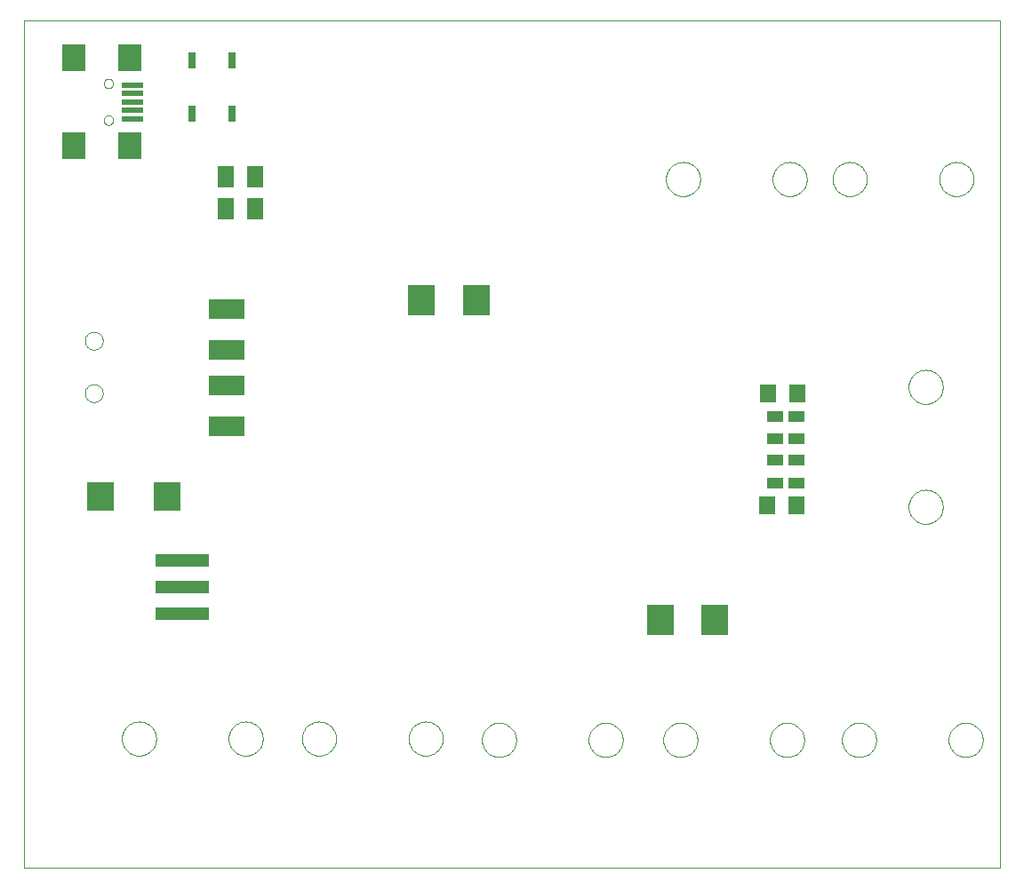
<source format=gbp>
G75*
G70*
%OFA0B0*%
%FSLAX24Y24*%
%IPPOS*%
%LPD*%
%AMOC8*
5,1,8,0,0,1.08239X$1,22.5*
%
%ADD10C,0.0000*%
%ADD11R,0.1004X0.1063*%
%ADD12R,0.2000X0.0500*%
%ADD13R,0.1339X0.0748*%
%ADD14R,0.0630X0.0709*%
%ADD15R,0.0591X0.0394*%
%ADD16R,0.0300X0.0600*%
%ADD17R,0.0984X0.1181*%
%ADD18R,0.0866X0.0984*%
%ADD19R,0.0787X0.0197*%
%ADD20R,0.0630X0.0787*%
D10*
X000100Y000100D02*
X000100Y031896D01*
X036670Y031896D01*
X036670Y000100D01*
X000100Y000100D01*
X003760Y004950D02*
X003762Y005000D01*
X003768Y005050D01*
X003778Y005099D01*
X003791Y005148D01*
X003809Y005195D01*
X003830Y005241D01*
X003854Y005284D01*
X003882Y005326D01*
X003913Y005366D01*
X003947Y005403D01*
X003984Y005437D01*
X004024Y005468D01*
X004066Y005496D01*
X004109Y005520D01*
X004155Y005541D01*
X004202Y005559D01*
X004251Y005572D01*
X004300Y005582D01*
X004350Y005588D01*
X004400Y005590D01*
X004450Y005588D01*
X004500Y005582D01*
X004549Y005572D01*
X004598Y005559D01*
X004645Y005541D01*
X004691Y005520D01*
X004734Y005496D01*
X004776Y005468D01*
X004816Y005437D01*
X004853Y005403D01*
X004887Y005366D01*
X004918Y005326D01*
X004946Y005284D01*
X004970Y005241D01*
X004991Y005195D01*
X005009Y005148D01*
X005022Y005099D01*
X005032Y005050D01*
X005038Y005000D01*
X005040Y004950D01*
X005038Y004900D01*
X005032Y004850D01*
X005022Y004801D01*
X005009Y004752D01*
X004991Y004705D01*
X004970Y004659D01*
X004946Y004616D01*
X004918Y004574D01*
X004887Y004534D01*
X004853Y004497D01*
X004816Y004463D01*
X004776Y004432D01*
X004734Y004404D01*
X004691Y004380D01*
X004645Y004359D01*
X004598Y004341D01*
X004549Y004328D01*
X004500Y004318D01*
X004450Y004312D01*
X004400Y004310D01*
X004350Y004312D01*
X004300Y004318D01*
X004251Y004328D01*
X004202Y004341D01*
X004155Y004359D01*
X004109Y004380D01*
X004066Y004404D01*
X004024Y004432D01*
X003984Y004463D01*
X003947Y004497D01*
X003913Y004534D01*
X003882Y004574D01*
X003854Y004616D01*
X003830Y004659D01*
X003809Y004705D01*
X003791Y004752D01*
X003778Y004801D01*
X003768Y004850D01*
X003762Y004900D01*
X003760Y004950D01*
X007760Y004950D02*
X007762Y005000D01*
X007768Y005050D01*
X007778Y005099D01*
X007791Y005148D01*
X007809Y005195D01*
X007830Y005241D01*
X007854Y005284D01*
X007882Y005326D01*
X007913Y005366D01*
X007947Y005403D01*
X007984Y005437D01*
X008024Y005468D01*
X008066Y005496D01*
X008109Y005520D01*
X008155Y005541D01*
X008202Y005559D01*
X008251Y005572D01*
X008300Y005582D01*
X008350Y005588D01*
X008400Y005590D01*
X008450Y005588D01*
X008500Y005582D01*
X008549Y005572D01*
X008598Y005559D01*
X008645Y005541D01*
X008691Y005520D01*
X008734Y005496D01*
X008776Y005468D01*
X008816Y005437D01*
X008853Y005403D01*
X008887Y005366D01*
X008918Y005326D01*
X008946Y005284D01*
X008970Y005241D01*
X008991Y005195D01*
X009009Y005148D01*
X009022Y005099D01*
X009032Y005050D01*
X009038Y005000D01*
X009040Y004950D01*
X009038Y004900D01*
X009032Y004850D01*
X009022Y004801D01*
X009009Y004752D01*
X008991Y004705D01*
X008970Y004659D01*
X008946Y004616D01*
X008918Y004574D01*
X008887Y004534D01*
X008853Y004497D01*
X008816Y004463D01*
X008776Y004432D01*
X008734Y004404D01*
X008691Y004380D01*
X008645Y004359D01*
X008598Y004341D01*
X008549Y004328D01*
X008500Y004318D01*
X008450Y004312D01*
X008400Y004310D01*
X008350Y004312D01*
X008300Y004318D01*
X008251Y004328D01*
X008202Y004341D01*
X008155Y004359D01*
X008109Y004380D01*
X008066Y004404D01*
X008024Y004432D01*
X007984Y004463D01*
X007947Y004497D01*
X007913Y004534D01*
X007882Y004574D01*
X007854Y004616D01*
X007830Y004659D01*
X007809Y004705D01*
X007791Y004752D01*
X007778Y004801D01*
X007768Y004850D01*
X007762Y004900D01*
X007760Y004950D01*
X010510Y004950D02*
X010512Y005000D01*
X010518Y005050D01*
X010528Y005099D01*
X010541Y005148D01*
X010559Y005195D01*
X010580Y005241D01*
X010604Y005284D01*
X010632Y005326D01*
X010663Y005366D01*
X010697Y005403D01*
X010734Y005437D01*
X010774Y005468D01*
X010816Y005496D01*
X010859Y005520D01*
X010905Y005541D01*
X010952Y005559D01*
X011001Y005572D01*
X011050Y005582D01*
X011100Y005588D01*
X011150Y005590D01*
X011200Y005588D01*
X011250Y005582D01*
X011299Y005572D01*
X011348Y005559D01*
X011395Y005541D01*
X011441Y005520D01*
X011484Y005496D01*
X011526Y005468D01*
X011566Y005437D01*
X011603Y005403D01*
X011637Y005366D01*
X011668Y005326D01*
X011696Y005284D01*
X011720Y005241D01*
X011741Y005195D01*
X011759Y005148D01*
X011772Y005099D01*
X011782Y005050D01*
X011788Y005000D01*
X011790Y004950D01*
X011788Y004900D01*
X011782Y004850D01*
X011772Y004801D01*
X011759Y004752D01*
X011741Y004705D01*
X011720Y004659D01*
X011696Y004616D01*
X011668Y004574D01*
X011637Y004534D01*
X011603Y004497D01*
X011566Y004463D01*
X011526Y004432D01*
X011484Y004404D01*
X011441Y004380D01*
X011395Y004359D01*
X011348Y004341D01*
X011299Y004328D01*
X011250Y004318D01*
X011200Y004312D01*
X011150Y004310D01*
X011100Y004312D01*
X011050Y004318D01*
X011001Y004328D01*
X010952Y004341D01*
X010905Y004359D01*
X010859Y004380D01*
X010816Y004404D01*
X010774Y004432D01*
X010734Y004463D01*
X010697Y004497D01*
X010663Y004534D01*
X010632Y004574D01*
X010604Y004616D01*
X010580Y004659D01*
X010559Y004705D01*
X010541Y004752D01*
X010528Y004801D01*
X010518Y004850D01*
X010512Y004900D01*
X010510Y004950D01*
X014510Y004950D02*
X014512Y005000D01*
X014518Y005050D01*
X014528Y005099D01*
X014541Y005148D01*
X014559Y005195D01*
X014580Y005241D01*
X014604Y005284D01*
X014632Y005326D01*
X014663Y005366D01*
X014697Y005403D01*
X014734Y005437D01*
X014774Y005468D01*
X014816Y005496D01*
X014859Y005520D01*
X014905Y005541D01*
X014952Y005559D01*
X015001Y005572D01*
X015050Y005582D01*
X015100Y005588D01*
X015150Y005590D01*
X015200Y005588D01*
X015250Y005582D01*
X015299Y005572D01*
X015348Y005559D01*
X015395Y005541D01*
X015441Y005520D01*
X015484Y005496D01*
X015526Y005468D01*
X015566Y005437D01*
X015603Y005403D01*
X015637Y005366D01*
X015668Y005326D01*
X015696Y005284D01*
X015720Y005241D01*
X015741Y005195D01*
X015759Y005148D01*
X015772Y005099D01*
X015782Y005050D01*
X015788Y005000D01*
X015790Y004950D01*
X015788Y004900D01*
X015782Y004850D01*
X015772Y004801D01*
X015759Y004752D01*
X015741Y004705D01*
X015720Y004659D01*
X015696Y004616D01*
X015668Y004574D01*
X015637Y004534D01*
X015603Y004497D01*
X015566Y004463D01*
X015526Y004432D01*
X015484Y004404D01*
X015441Y004380D01*
X015395Y004359D01*
X015348Y004341D01*
X015299Y004328D01*
X015250Y004318D01*
X015200Y004312D01*
X015150Y004310D01*
X015100Y004312D01*
X015050Y004318D01*
X015001Y004328D01*
X014952Y004341D01*
X014905Y004359D01*
X014859Y004380D01*
X014816Y004404D01*
X014774Y004432D01*
X014734Y004463D01*
X014697Y004497D01*
X014663Y004534D01*
X014632Y004574D01*
X014604Y004616D01*
X014580Y004659D01*
X014559Y004705D01*
X014541Y004752D01*
X014528Y004801D01*
X014518Y004850D01*
X014512Y004900D01*
X014510Y004950D01*
X017260Y004900D02*
X017262Y004950D01*
X017268Y005000D01*
X017278Y005049D01*
X017291Y005098D01*
X017309Y005145D01*
X017330Y005191D01*
X017354Y005234D01*
X017382Y005276D01*
X017413Y005316D01*
X017447Y005353D01*
X017484Y005387D01*
X017524Y005418D01*
X017566Y005446D01*
X017609Y005470D01*
X017655Y005491D01*
X017702Y005509D01*
X017751Y005522D01*
X017800Y005532D01*
X017850Y005538D01*
X017900Y005540D01*
X017950Y005538D01*
X018000Y005532D01*
X018049Y005522D01*
X018098Y005509D01*
X018145Y005491D01*
X018191Y005470D01*
X018234Y005446D01*
X018276Y005418D01*
X018316Y005387D01*
X018353Y005353D01*
X018387Y005316D01*
X018418Y005276D01*
X018446Y005234D01*
X018470Y005191D01*
X018491Y005145D01*
X018509Y005098D01*
X018522Y005049D01*
X018532Y005000D01*
X018538Y004950D01*
X018540Y004900D01*
X018538Y004850D01*
X018532Y004800D01*
X018522Y004751D01*
X018509Y004702D01*
X018491Y004655D01*
X018470Y004609D01*
X018446Y004566D01*
X018418Y004524D01*
X018387Y004484D01*
X018353Y004447D01*
X018316Y004413D01*
X018276Y004382D01*
X018234Y004354D01*
X018191Y004330D01*
X018145Y004309D01*
X018098Y004291D01*
X018049Y004278D01*
X018000Y004268D01*
X017950Y004262D01*
X017900Y004260D01*
X017850Y004262D01*
X017800Y004268D01*
X017751Y004278D01*
X017702Y004291D01*
X017655Y004309D01*
X017609Y004330D01*
X017566Y004354D01*
X017524Y004382D01*
X017484Y004413D01*
X017447Y004447D01*
X017413Y004484D01*
X017382Y004524D01*
X017354Y004566D01*
X017330Y004609D01*
X017309Y004655D01*
X017291Y004702D01*
X017278Y004751D01*
X017268Y004800D01*
X017262Y004850D01*
X017260Y004900D01*
X021260Y004900D02*
X021262Y004950D01*
X021268Y005000D01*
X021278Y005049D01*
X021291Y005098D01*
X021309Y005145D01*
X021330Y005191D01*
X021354Y005234D01*
X021382Y005276D01*
X021413Y005316D01*
X021447Y005353D01*
X021484Y005387D01*
X021524Y005418D01*
X021566Y005446D01*
X021609Y005470D01*
X021655Y005491D01*
X021702Y005509D01*
X021751Y005522D01*
X021800Y005532D01*
X021850Y005538D01*
X021900Y005540D01*
X021950Y005538D01*
X022000Y005532D01*
X022049Y005522D01*
X022098Y005509D01*
X022145Y005491D01*
X022191Y005470D01*
X022234Y005446D01*
X022276Y005418D01*
X022316Y005387D01*
X022353Y005353D01*
X022387Y005316D01*
X022418Y005276D01*
X022446Y005234D01*
X022470Y005191D01*
X022491Y005145D01*
X022509Y005098D01*
X022522Y005049D01*
X022532Y005000D01*
X022538Y004950D01*
X022540Y004900D01*
X022538Y004850D01*
X022532Y004800D01*
X022522Y004751D01*
X022509Y004702D01*
X022491Y004655D01*
X022470Y004609D01*
X022446Y004566D01*
X022418Y004524D01*
X022387Y004484D01*
X022353Y004447D01*
X022316Y004413D01*
X022276Y004382D01*
X022234Y004354D01*
X022191Y004330D01*
X022145Y004309D01*
X022098Y004291D01*
X022049Y004278D01*
X022000Y004268D01*
X021950Y004262D01*
X021900Y004260D01*
X021850Y004262D01*
X021800Y004268D01*
X021751Y004278D01*
X021702Y004291D01*
X021655Y004309D01*
X021609Y004330D01*
X021566Y004354D01*
X021524Y004382D01*
X021484Y004413D01*
X021447Y004447D01*
X021413Y004484D01*
X021382Y004524D01*
X021354Y004566D01*
X021330Y004609D01*
X021309Y004655D01*
X021291Y004702D01*
X021278Y004751D01*
X021268Y004800D01*
X021262Y004850D01*
X021260Y004900D01*
X024060Y004900D02*
X024062Y004950D01*
X024068Y005000D01*
X024078Y005049D01*
X024091Y005098D01*
X024109Y005145D01*
X024130Y005191D01*
X024154Y005234D01*
X024182Y005276D01*
X024213Y005316D01*
X024247Y005353D01*
X024284Y005387D01*
X024324Y005418D01*
X024366Y005446D01*
X024409Y005470D01*
X024455Y005491D01*
X024502Y005509D01*
X024551Y005522D01*
X024600Y005532D01*
X024650Y005538D01*
X024700Y005540D01*
X024750Y005538D01*
X024800Y005532D01*
X024849Y005522D01*
X024898Y005509D01*
X024945Y005491D01*
X024991Y005470D01*
X025034Y005446D01*
X025076Y005418D01*
X025116Y005387D01*
X025153Y005353D01*
X025187Y005316D01*
X025218Y005276D01*
X025246Y005234D01*
X025270Y005191D01*
X025291Y005145D01*
X025309Y005098D01*
X025322Y005049D01*
X025332Y005000D01*
X025338Y004950D01*
X025340Y004900D01*
X025338Y004850D01*
X025332Y004800D01*
X025322Y004751D01*
X025309Y004702D01*
X025291Y004655D01*
X025270Y004609D01*
X025246Y004566D01*
X025218Y004524D01*
X025187Y004484D01*
X025153Y004447D01*
X025116Y004413D01*
X025076Y004382D01*
X025034Y004354D01*
X024991Y004330D01*
X024945Y004309D01*
X024898Y004291D01*
X024849Y004278D01*
X024800Y004268D01*
X024750Y004262D01*
X024700Y004260D01*
X024650Y004262D01*
X024600Y004268D01*
X024551Y004278D01*
X024502Y004291D01*
X024455Y004309D01*
X024409Y004330D01*
X024366Y004354D01*
X024324Y004382D01*
X024284Y004413D01*
X024247Y004447D01*
X024213Y004484D01*
X024182Y004524D01*
X024154Y004566D01*
X024130Y004609D01*
X024109Y004655D01*
X024091Y004702D01*
X024078Y004751D01*
X024068Y004800D01*
X024062Y004850D01*
X024060Y004900D01*
X028060Y004900D02*
X028062Y004950D01*
X028068Y005000D01*
X028078Y005049D01*
X028091Y005098D01*
X028109Y005145D01*
X028130Y005191D01*
X028154Y005234D01*
X028182Y005276D01*
X028213Y005316D01*
X028247Y005353D01*
X028284Y005387D01*
X028324Y005418D01*
X028366Y005446D01*
X028409Y005470D01*
X028455Y005491D01*
X028502Y005509D01*
X028551Y005522D01*
X028600Y005532D01*
X028650Y005538D01*
X028700Y005540D01*
X028750Y005538D01*
X028800Y005532D01*
X028849Y005522D01*
X028898Y005509D01*
X028945Y005491D01*
X028991Y005470D01*
X029034Y005446D01*
X029076Y005418D01*
X029116Y005387D01*
X029153Y005353D01*
X029187Y005316D01*
X029218Y005276D01*
X029246Y005234D01*
X029270Y005191D01*
X029291Y005145D01*
X029309Y005098D01*
X029322Y005049D01*
X029332Y005000D01*
X029338Y004950D01*
X029340Y004900D01*
X029338Y004850D01*
X029332Y004800D01*
X029322Y004751D01*
X029309Y004702D01*
X029291Y004655D01*
X029270Y004609D01*
X029246Y004566D01*
X029218Y004524D01*
X029187Y004484D01*
X029153Y004447D01*
X029116Y004413D01*
X029076Y004382D01*
X029034Y004354D01*
X028991Y004330D01*
X028945Y004309D01*
X028898Y004291D01*
X028849Y004278D01*
X028800Y004268D01*
X028750Y004262D01*
X028700Y004260D01*
X028650Y004262D01*
X028600Y004268D01*
X028551Y004278D01*
X028502Y004291D01*
X028455Y004309D01*
X028409Y004330D01*
X028366Y004354D01*
X028324Y004382D01*
X028284Y004413D01*
X028247Y004447D01*
X028213Y004484D01*
X028182Y004524D01*
X028154Y004566D01*
X028130Y004609D01*
X028109Y004655D01*
X028091Y004702D01*
X028078Y004751D01*
X028068Y004800D01*
X028062Y004850D01*
X028060Y004900D01*
X030760Y004900D02*
X030762Y004950D01*
X030768Y005000D01*
X030778Y005049D01*
X030791Y005098D01*
X030809Y005145D01*
X030830Y005191D01*
X030854Y005234D01*
X030882Y005276D01*
X030913Y005316D01*
X030947Y005353D01*
X030984Y005387D01*
X031024Y005418D01*
X031066Y005446D01*
X031109Y005470D01*
X031155Y005491D01*
X031202Y005509D01*
X031251Y005522D01*
X031300Y005532D01*
X031350Y005538D01*
X031400Y005540D01*
X031450Y005538D01*
X031500Y005532D01*
X031549Y005522D01*
X031598Y005509D01*
X031645Y005491D01*
X031691Y005470D01*
X031734Y005446D01*
X031776Y005418D01*
X031816Y005387D01*
X031853Y005353D01*
X031887Y005316D01*
X031918Y005276D01*
X031946Y005234D01*
X031970Y005191D01*
X031991Y005145D01*
X032009Y005098D01*
X032022Y005049D01*
X032032Y005000D01*
X032038Y004950D01*
X032040Y004900D01*
X032038Y004850D01*
X032032Y004800D01*
X032022Y004751D01*
X032009Y004702D01*
X031991Y004655D01*
X031970Y004609D01*
X031946Y004566D01*
X031918Y004524D01*
X031887Y004484D01*
X031853Y004447D01*
X031816Y004413D01*
X031776Y004382D01*
X031734Y004354D01*
X031691Y004330D01*
X031645Y004309D01*
X031598Y004291D01*
X031549Y004278D01*
X031500Y004268D01*
X031450Y004262D01*
X031400Y004260D01*
X031350Y004262D01*
X031300Y004268D01*
X031251Y004278D01*
X031202Y004291D01*
X031155Y004309D01*
X031109Y004330D01*
X031066Y004354D01*
X031024Y004382D01*
X030984Y004413D01*
X030947Y004447D01*
X030913Y004484D01*
X030882Y004524D01*
X030854Y004566D01*
X030830Y004609D01*
X030809Y004655D01*
X030791Y004702D01*
X030778Y004751D01*
X030768Y004800D01*
X030762Y004850D01*
X030760Y004900D01*
X034760Y004900D02*
X034762Y004950D01*
X034768Y005000D01*
X034778Y005049D01*
X034791Y005098D01*
X034809Y005145D01*
X034830Y005191D01*
X034854Y005234D01*
X034882Y005276D01*
X034913Y005316D01*
X034947Y005353D01*
X034984Y005387D01*
X035024Y005418D01*
X035066Y005446D01*
X035109Y005470D01*
X035155Y005491D01*
X035202Y005509D01*
X035251Y005522D01*
X035300Y005532D01*
X035350Y005538D01*
X035400Y005540D01*
X035450Y005538D01*
X035500Y005532D01*
X035549Y005522D01*
X035598Y005509D01*
X035645Y005491D01*
X035691Y005470D01*
X035734Y005446D01*
X035776Y005418D01*
X035816Y005387D01*
X035853Y005353D01*
X035887Y005316D01*
X035918Y005276D01*
X035946Y005234D01*
X035970Y005191D01*
X035991Y005145D01*
X036009Y005098D01*
X036022Y005049D01*
X036032Y005000D01*
X036038Y004950D01*
X036040Y004900D01*
X036038Y004850D01*
X036032Y004800D01*
X036022Y004751D01*
X036009Y004702D01*
X035991Y004655D01*
X035970Y004609D01*
X035946Y004566D01*
X035918Y004524D01*
X035887Y004484D01*
X035853Y004447D01*
X035816Y004413D01*
X035776Y004382D01*
X035734Y004354D01*
X035691Y004330D01*
X035645Y004309D01*
X035598Y004291D01*
X035549Y004278D01*
X035500Y004268D01*
X035450Y004262D01*
X035400Y004260D01*
X035350Y004262D01*
X035300Y004268D01*
X035251Y004278D01*
X035202Y004291D01*
X035155Y004309D01*
X035109Y004330D01*
X035066Y004354D01*
X035024Y004382D01*
X034984Y004413D01*
X034947Y004447D01*
X034913Y004484D01*
X034882Y004524D01*
X034854Y004566D01*
X034830Y004609D01*
X034809Y004655D01*
X034791Y004702D01*
X034778Y004751D01*
X034768Y004800D01*
X034762Y004850D01*
X034760Y004900D01*
X033260Y013650D02*
X033262Y013700D01*
X033268Y013750D01*
X033278Y013799D01*
X033291Y013848D01*
X033309Y013895D01*
X033330Y013941D01*
X033354Y013984D01*
X033382Y014026D01*
X033413Y014066D01*
X033447Y014103D01*
X033484Y014137D01*
X033524Y014168D01*
X033566Y014196D01*
X033609Y014220D01*
X033655Y014241D01*
X033702Y014259D01*
X033751Y014272D01*
X033800Y014282D01*
X033850Y014288D01*
X033900Y014290D01*
X033950Y014288D01*
X034000Y014282D01*
X034049Y014272D01*
X034098Y014259D01*
X034145Y014241D01*
X034191Y014220D01*
X034234Y014196D01*
X034276Y014168D01*
X034316Y014137D01*
X034353Y014103D01*
X034387Y014066D01*
X034418Y014026D01*
X034446Y013984D01*
X034470Y013941D01*
X034491Y013895D01*
X034509Y013848D01*
X034522Y013799D01*
X034532Y013750D01*
X034538Y013700D01*
X034540Y013650D01*
X034538Y013600D01*
X034532Y013550D01*
X034522Y013501D01*
X034509Y013452D01*
X034491Y013405D01*
X034470Y013359D01*
X034446Y013316D01*
X034418Y013274D01*
X034387Y013234D01*
X034353Y013197D01*
X034316Y013163D01*
X034276Y013132D01*
X034234Y013104D01*
X034191Y013080D01*
X034145Y013059D01*
X034098Y013041D01*
X034049Y013028D01*
X034000Y013018D01*
X033950Y013012D01*
X033900Y013010D01*
X033850Y013012D01*
X033800Y013018D01*
X033751Y013028D01*
X033702Y013041D01*
X033655Y013059D01*
X033609Y013080D01*
X033566Y013104D01*
X033524Y013132D01*
X033484Y013163D01*
X033447Y013197D01*
X033413Y013234D01*
X033382Y013274D01*
X033354Y013316D01*
X033330Y013359D01*
X033309Y013405D01*
X033291Y013452D01*
X033278Y013501D01*
X033268Y013550D01*
X033262Y013600D01*
X033260Y013650D01*
X033260Y018150D02*
X033262Y018200D01*
X033268Y018250D01*
X033278Y018299D01*
X033291Y018348D01*
X033309Y018395D01*
X033330Y018441D01*
X033354Y018484D01*
X033382Y018526D01*
X033413Y018566D01*
X033447Y018603D01*
X033484Y018637D01*
X033524Y018668D01*
X033566Y018696D01*
X033609Y018720D01*
X033655Y018741D01*
X033702Y018759D01*
X033751Y018772D01*
X033800Y018782D01*
X033850Y018788D01*
X033900Y018790D01*
X033950Y018788D01*
X034000Y018782D01*
X034049Y018772D01*
X034098Y018759D01*
X034145Y018741D01*
X034191Y018720D01*
X034234Y018696D01*
X034276Y018668D01*
X034316Y018637D01*
X034353Y018603D01*
X034387Y018566D01*
X034418Y018526D01*
X034446Y018484D01*
X034470Y018441D01*
X034491Y018395D01*
X034509Y018348D01*
X034522Y018299D01*
X034532Y018250D01*
X034538Y018200D01*
X034540Y018150D01*
X034538Y018100D01*
X034532Y018050D01*
X034522Y018001D01*
X034509Y017952D01*
X034491Y017905D01*
X034470Y017859D01*
X034446Y017816D01*
X034418Y017774D01*
X034387Y017734D01*
X034353Y017697D01*
X034316Y017663D01*
X034276Y017632D01*
X034234Y017604D01*
X034191Y017580D01*
X034145Y017559D01*
X034098Y017541D01*
X034049Y017528D01*
X034000Y017518D01*
X033950Y017512D01*
X033900Y017510D01*
X033850Y017512D01*
X033800Y017518D01*
X033751Y017528D01*
X033702Y017541D01*
X033655Y017559D01*
X033609Y017580D01*
X033566Y017604D01*
X033524Y017632D01*
X033484Y017663D01*
X033447Y017697D01*
X033413Y017734D01*
X033382Y017774D01*
X033354Y017816D01*
X033330Y017859D01*
X033309Y017905D01*
X033291Y017952D01*
X033278Y018001D01*
X033268Y018050D01*
X033262Y018100D01*
X033260Y018150D01*
X034410Y025950D02*
X034412Y026000D01*
X034418Y026050D01*
X034428Y026099D01*
X034441Y026148D01*
X034459Y026195D01*
X034480Y026241D01*
X034504Y026284D01*
X034532Y026326D01*
X034563Y026366D01*
X034597Y026403D01*
X034634Y026437D01*
X034674Y026468D01*
X034716Y026496D01*
X034759Y026520D01*
X034805Y026541D01*
X034852Y026559D01*
X034901Y026572D01*
X034950Y026582D01*
X035000Y026588D01*
X035050Y026590D01*
X035100Y026588D01*
X035150Y026582D01*
X035199Y026572D01*
X035248Y026559D01*
X035295Y026541D01*
X035341Y026520D01*
X035384Y026496D01*
X035426Y026468D01*
X035466Y026437D01*
X035503Y026403D01*
X035537Y026366D01*
X035568Y026326D01*
X035596Y026284D01*
X035620Y026241D01*
X035641Y026195D01*
X035659Y026148D01*
X035672Y026099D01*
X035682Y026050D01*
X035688Y026000D01*
X035690Y025950D01*
X035688Y025900D01*
X035682Y025850D01*
X035672Y025801D01*
X035659Y025752D01*
X035641Y025705D01*
X035620Y025659D01*
X035596Y025616D01*
X035568Y025574D01*
X035537Y025534D01*
X035503Y025497D01*
X035466Y025463D01*
X035426Y025432D01*
X035384Y025404D01*
X035341Y025380D01*
X035295Y025359D01*
X035248Y025341D01*
X035199Y025328D01*
X035150Y025318D01*
X035100Y025312D01*
X035050Y025310D01*
X035000Y025312D01*
X034950Y025318D01*
X034901Y025328D01*
X034852Y025341D01*
X034805Y025359D01*
X034759Y025380D01*
X034716Y025404D01*
X034674Y025432D01*
X034634Y025463D01*
X034597Y025497D01*
X034563Y025534D01*
X034532Y025574D01*
X034504Y025616D01*
X034480Y025659D01*
X034459Y025705D01*
X034441Y025752D01*
X034428Y025801D01*
X034418Y025850D01*
X034412Y025900D01*
X034410Y025950D01*
X030410Y025950D02*
X030412Y026000D01*
X030418Y026050D01*
X030428Y026099D01*
X030441Y026148D01*
X030459Y026195D01*
X030480Y026241D01*
X030504Y026284D01*
X030532Y026326D01*
X030563Y026366D01*
X030597Y026403D01*
X030634Y026437D01*
X030674Y026468D01*
X030716Y026496D01*
X030759Y026520D01*
X030805Y026541D01*
X030852Y026559D01*
X030901Y026572D01*
X030950Y026582D01*
X031000Y026588D01*
X031050Y026590D01*
X031100Y026588D01*
X031150Y026582D01*
X031199Y026572D01*
X031248Y026559D01*
X031295Y026541D01*
X031341Y026520D01*
X031384Y026496D01*
X031426Y026468D01*
X031466Y026437D01*
X031503Y026403D01*
X031537Y026366D01*
X031568Y026326D01*
X031596Y026284D01*
X031620Y026241D01*
X031641Y026195D01*
X031659Y026148D01*
X031672Y026099D01*
X031682Y026050D01*
X031688Y026000D01*
X031690Y025950D01*
X031688Y025900D01*
X031682Y025850D01*
X031672Y025801D01*
X031659Y025752D01*
X031641Y025705D01*
X031620Y025659D01*
X031596Y025616D01*
X031568Y025574D01*
X031537Y025534D01*
X031503Y025497D01*
X031466Y025463D01*
X031426Y025432D01*
X031384Y025404D01*
X031341Y025380D01*
X031295Y025359D01*
X031248Y025341D01*
X031199Y025328D01*
X031150Y025318D01*
X031100Y025312D01*
X031050Y025310D01*
X031000Y025312D01*
X030950Y025318D01*
X030901Y025328D01*
X030852Y025341D01*
X030805Y025359D01*
X030759Y025380D01*
X030716Y025404D01*
X030674Y025432D01*
X030634Y025463D01*
X030597Y025497D01*
X030563Y025534D01*
X030532Y025574D01*
X030504Y025616D01*
X030480Y025659D01*
X030459Y025705D01*
X030441Y025752D01*
X030428Y025801D01*
X030418Y025850D01*
X030412Y025900D01*
X030410Y025950D01*
X028160Y025950D02*
X028162Y026000D01*
X028168Y026050D01*
X028178Y026099D01*
X028191Y026148D01*
X028209Y026195D01*
X028230Y026241D01*
X028254Y026284D01*
X028282Y026326D01*
X028313Y026366D01*
X028347Y026403D01*
X028384Y026437D01*
X028424Y026468D01*
X028466Y026496D01*
X028509Y026520D01*
X028555Y026541D01*
X028602Y026559D01*
X028651Y026572D01*
X028700Y026582D01*
X028750Y026588D01*
X028800Y026590D01*
X028850Y026588D01*
X028900Y026582D01*
X028949Y026572D01*
X028998Y026559D01*
X029045Y026541D01*
X029091Y026520D01*
X029134Y026496D01*
X029176Y026468D01*
X029216Y026437D01*
X029253Y026403D01*
X029287Y026366D01*
X029318Y026326D01*
X029346Y026284D01*
X029370Y026241D01*
X029391Y026195D01*
X029409Y026148D01*
X029422Y026099D01*
X029432Y026050D01*
X029438Y026000D01*
X029440Y025950D01*
X029438Y025900D01*
X029432Y025850D01*
X029422Y025801D01*
X029409Y025752D01*
X029391Y025705D01*
X029370Y025659D01*
X029346Y025616D01*
X029318Y025574D01*
X029287Y025534D01*
X029253Y025497D01*
X029216Y025463D01*
X029176Y025432D01*
X029134Y025404D01*
X029091Y025380D01*
X029045Y025359D01*
X028998Y025341D01*
X028949Y025328D01*
X028900Y025318D01*
X028850Y025312D01*
X028800Y025310D01*
X028750Y025312D01*
X028700Y025318D01*
X028651Y025328D01*
X028602Y025341D01*
X028555Y025359D01*
X028509Y025380D01*
X028466Y025404D01*
X028424Y025432D01*
X028384Y025463D01*
X028347Y025497D01*
X028313Y025534D01*
X028282Y025574D01*
X028254Y025616D01*
X028230Y025659D01*
X028209Y025705D01*
X028191Y025752D01*
X028178Y025801D01*
X028168Y025850D01*
X028162Y025900D01*
X028160Y025950D01*
X024160Y025950D02*
X024162Y026000D01*
X024168Y026050D01*
X024178Y026099D01*
X024191Y026148D01*
X024209Y026195D01*
X024230Y026241D01*
X024254Y026284D01*
X024282Y026326D01*
X024313Y026366D01*
X024347Y026403D01*
X024384Y026437D01*
X024424Y026468D01*
X024466Y026496D01*
X024509Y026520D01*
X024555Y026541D01*
X024602Y026559D01*
X024651Y026572D01*
X024700Y026582D01*
X024750Y026588D01*
X024800Y026590D01*
X024850Y026588D01*
X024900Y026582D01*
X024949Y026572D01*
X024998Y026559D01*
X025045Y026541D01*
X025091Y026520D01*
X025134Y026496D01*
X025176Y026468D01*
X025216Y026437D01*
X025253Y026403D01*
X025287Y026366D01*
X025318Y026326D01*
X025346Y026284D01*
X025370Y026241D01*
X025391Y026195D01*
X025409Y026148D01*
X025422Y026099D01*
X025432Y026050D01*
X025438Y026000D01*
X025440Y025950D01*
X025438Y025900D01*
X025432Y025850D01*
X025422Y025801D01*
X025409Y025752D01*
X025391Y025705D01*
X025370Y025659D01*
X025346Y025616D01*
X025318Y025574D01*
X025287Y025534D01*
X025253Y025497D01*
X025216Y025463D01*
X025176Y025432D01*
X025134Y025404D01*
X025091Y025380D01*
X025045Y025359D01*
X024998Y025341D01*
X024949Y025328D01*
X024900Y025318D01*
X024850Y025312D01*
X024800Y025310D01*
X024750Y025312D01*
X024700Y025318D01*
X024651Y025328D01*
X024602Y025341D01*
X024555Y025359D01*
X024509Y025380D01*
X024466Y025404D01*
X024424Y025432D01*
X024384Y025463D01*
X024347Y025497D01*
X024313Y025534D01*
X024282Y025574D01*
X024254Y025616D01*
X024230Y025659D01*
X024209Y025705D01*
X024191Y025752D01*
X024178Y025801D01*
X024168Y025850D01*
X024162Y025900D01*
X024160Y025950D01*
X003073Y028161D02*
X003075Y028187D01*
X003081Y028213D01*
X003091Y028238D01*
X003104Y028261D01*
X003120Y028281D01*
X003140Y028299D01*
X003162Y028314D01*
X003185Y028326D01*
X003211Y028334D01*
X003237Y028338D01*
X003263Y028338D01*
X003289Y028334D01*
X003315Y028326D01*
X003339Y028314D01*
X003360Y028299D01*
X003380Y028281D01*
X003396Y028261D01*
X003409Y028238D01*
X003419Y028213D01*
X003425Y028187D01*
X003427Y028161D01*
X003425Y028135D01*
X003419Y028109D01*
X003409Y028084D01*
X003396Y028061D01*
X003380Y028041D01*
X003360Y028023D01*
X003338Y028008D01*
X003315Y027996D01*
X003289Y027988D01*
X003263Y027984D01*
X003237Y027984D01*
X003211Y027988D01*
X003185Y027996D01*
X003161Y028008D01*
X003140Y028023D01*
X003120Y028041D01*
X003104Y028061D01*
X003091Y028084D01*
X003081Y028109D01*
X003075Y028135D01*
X003073Y028161D01*
X003073Y029539D02*
X003075Y029565D01*
X003081Y029591D01*
X003091Y029616D01*
X003104Y029639D01*
X003120Y029659D01*
X003140Y029677D01*
X003162Y029692D01*
X003185Y029704D01*
X003211Y029712D01*
X003237Y029716D01*
X003263Y029716D01*
X003289Y029712D01*
X003315Y029704D01*
X003339Y029692D01*
X003360Y029677D01*
X003380Y029659D01*
X003396Y029639D01*
X003409Y029616D01*
X003419Y029591D01*
X003425Y029565D01*
X003427Y029539D01*
X003425Y029513D01*
X003419Y029487D01*
X003409Y029462D01*
X003396Y029439D01*
X003380Y029419D01*
X003360Y029401D01*
X003338Y029386D01*
X003315Y029374D01*
X003289Y029366D01*
X003263Y029362D01*
X003237Y029362D01*
X003211Y029366D01*
X003185Y029374D01*
X003161Y029386D01*
X003140Y029401D01*
X003120Y029419D01*
X003104Y029439D01*
X003091Y029462D01*
X003081Y029487D01*
X003075Y029513D01*
X003073Y029539D01*
X002369Y019884D02*
X002371Y019920D01*
X002377Y019956D01*
X002387Y019991D01*
X002400Y020025D01*
X002417Y020057D01*
X002437Y020087D01*
X002461Y020114D01*
X002487Y020139D01*
X002516Y020161D01*
X002547Y020180D01*
X002580Y020195D01*
X002614Y020207D01*
X002650Y020215D01*
X002686Y020219D01*
X002722Y020219D01*
X002758Y020215D01*
X002794Y020207D01*
X002828Y020195D01*
X002861Y020180D01*
X002892Y020161D01*
X002921Y020139D01*
X002947Y020114D01*
X002971Y020087D01*
X002991Y020057D01*
X003008Y020025D01*
X003021Y019991D01*
X003031Y019956D01*
X003037Y019920D01*
X003039Y019884D01*
X003037Y019848D01*
X003031Y019812D01*
X003021Y019777D01*
X003008Y019743D01*
X002991Y019711D01*
X002971Y019681D01*
X002947Y019654D01*
X002921Y019629D01*
X002892Y019607D01*
X002861Y019588D01*
X002828Y019573D01*
X002794Y019561D01*
X002758Y019553D01*
X002722Y019549D01*
X002686Y019549D01*
X002650Y019553D01*
X002614Y019561D01*
X002580Y019573D01*
X002547Y019588D01*
X002516Y019607D01*
X002487Y019629D01*
X002461Y019654D01*
X002437Y019681D01*
X002417Y019711D01*
X002400Y019743D01*
X002387Y019777D01*
X002377Y019812D01*
X002371Y019848D01*
X002369Y019884D01*
X002369Y017916D02*
X002371Y017952D01*
X002377Y017988D01*
X002387Y018023D01*
X002400Y018057D01*
X002417Y018089D01*
X002437Y018119D01*
X002461Y018146D01*
X002487Y018171D01*
X002516Y018193D01*
X002547Y018212D01*
X002580Y018227D01*
X002614Y018239D01*
X002650Y018247D01*
X002686Y018251D01*
X002722Y018251D01*
X002758Y018247D01*
X002794Y018239D01*
X002828Y018227D01*
X002861Y018212D01*
X002892Y018193D01*
X002921Y018171D01*
X002947Y018146D01*
X002971Y018119D01*
X002991Y018089D01*
X003008Y018057D01*
X003021Y018023D01*
X003031Y017988D01*
X003037Y017952D01*
X003039Y017916D01*
X003037Y017880D01*
X003031Y017844D01*
X003021Y017809D01*
X003008Y017775D01*
X002991Y017743D01*
X002971Y017713D01*
X002947Y017686D01*
X002921Y017661D01*
X002892Y017639D01*
X002861Y017620D01*
X002828Y017605D01*
X002794Y017593D01*
X002758Y017585D01*
X002722Y017581D01*
X002686Y017581D01*
X002650Y017585D01*
X002614Y017593D01*
X002580Y017605D01*
X002547Y017620D01*
X002516Y017639D01*
X002487Y017661D01*
X002461Y017686D01*
X002437Y017713D01*
X002417Y017743D01*
X002400Y017775D01*
X002387Y017809D01*
X002377Y017844D01*
X002371Y017880D01*
X002369Y017916D01*
D11*
X002952Y014050D03*
X005448Y014050D03*
D12*
X006025Y011650D03*
X006025Y010650D03*
X006025Y009650D03*
D13*
X007700Y016682D03*
X007700Y018218D03*
X007700Y019532D03*
X007700Y021068D03*
D14*
X027999Y017900D03*
X029101Y017900D03*
X029051Y013700D03*
X027949Y013700D03*
D15*
X028236Y014550D03*
X029064Y014550D03*
X029064Y015400D03*
X029064Y016200D03*
X028236Y016200D03*
X028236Y015400D03*
X028236Y017050D03*
X029064Y017050D03*
D16*
X007900Y028400D03*
X006400Y028400D03*
X006400Y030400D03*
X007900Y030400D03*
D17*
X015001Y021400D03*
X017060Y021400D03*
X023940Y009400D03*
X025999Y009400D03*
D18*
X004037Y027196D03*
X001951Y027196D03*
X001951Y030504D03*
X004037Y030504D03*
D19*
X004136Y029480D03*
X004136Y029165D03*
X004136Y028850D03*
X004136Y028535D03*
X004136Y028220D03*
D20*
X007649Y026050D03*
X008751Y026050D03*
X008751Y024850D03*
X007649Y024850D03*
M02*

</source>
